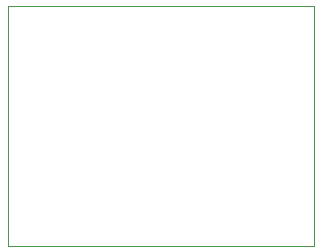
<source format=gm1>
G04 #@! TF.GenerationSoftware,KiCad,Pcbnew,(5.99.0-1730-g52ae0df7a)*
G04 #@! TF.CreationDate,2020-05-20T09:09:01+03:00*
G04 #@! TF.ProjectId,stomp-breakout,73746f6d-702d-4627-9265-616b6f75742e,rev?*
G04 #@! TF.SameCoordinates,Original*
G04 #@! TF.FileFunction,Profile,NP*
%FSLAX46Y46*%
G04 Gerber Fmt 4.6, Leading zero omitted, Abs format (unit mm)*
G04 Created by KiCad (PCBNEW (5.99.0-1730-g52ae0df7a)) date 2020-05-20 09:09:01*
%MOMM*%
%LPD*%
G01*
G04 APERTURE LIST*
G04 #@! TA.AperFunction,Profile*
%ADD10C,0.050000*%
G04 #@! TD*
G04 APERTURE END LIST*
D10*
X135636000Y-103505000D02*
X135636000Y-83185000D01*
X161544000Y-103505000D02*
X135636000Y-103505000D01*
X161544000Y-83185000D02*
X161544000Y-103505000D01*
X135636000Y-83185000D02*
X161544000Y-83185000D01*
M02*

</source>
